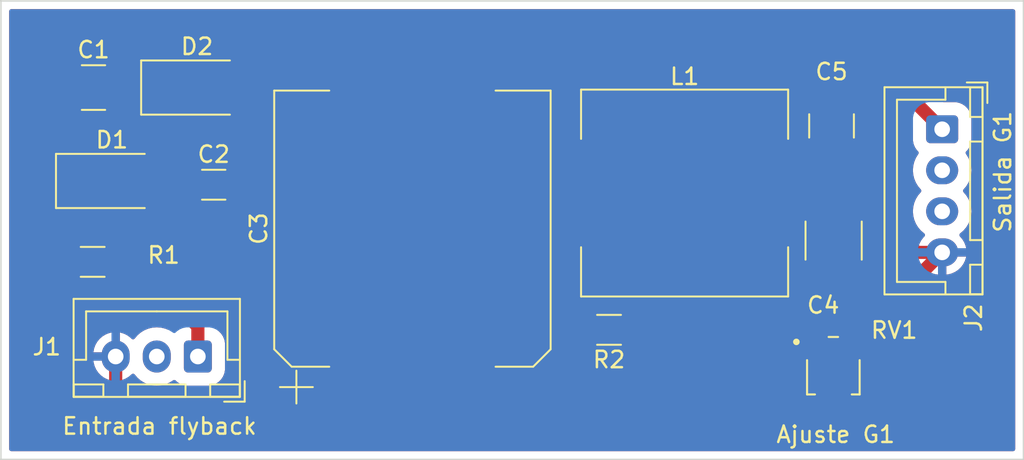
<source format=kicad_pcb>
(kicad_pcb (version 20211014) (generator pcbnew)
  (layers (0 "F.Cu" signal) (31 "B.Cu" signal) (34 "B.Paste" user) (35 "F.Paste" user) (36 "B.SilkS" user "B.Silkscreen") (37 "F.SilkS" user "F.Silkscreen") (38 "B.Mask" user) (39 "F.Mask" user) (44 "Edge.Cuts" user))
  (net 0 "")
  (net 1 "Net-(C1-Pad1)")
  (net 2 "Net-(C1-Pad2)")
  (net 3 "Net-(C2-Pad2)")
  (net 4 "GND")
  (net 5 "Net-(C4-Pad2)")
  (net 6 "Net-(J1-Pad1)")
  (net 10 "Net-(L1-Pad1)")
  (net 11 "Net-(R2-Pad1)")
  (footprint "Capacitor_SMD:C_1210_3225Metric" (layer "F.Cu") (at 130.0988 82.7532)
    (fp_text reference "C1" (at 0 -2.3) (layer "F.SilkS"))
    (fp_text value "100nF")
    (fp_line (start -0.711252 1.36) (end 0.711252 1.36) (layer "F.SilkS") (width 0.12))
    (fp_line (start -0.711252 -1.36) (end 0.711252 -1.36) (layer "F.SilkS") (width 0.12))
    (pad "1" smd roundrect (at -1.475 0) (size 1.15 2.7) (layers "F.Cu" "F.Paste" "F.Mask") (roundrect_rratio 0.2173913043) (net 1 "Net-(C1-Pad1)"))
    (pad "2" smd roundrect (at 1.475 0) (size 1.15 2.7) (layers "F.Cu" "F.Paste" "F.Mask") (roundrect_rratio 0.2173913043) (net 2 "Net-(C1-Pad2)"))
  )
  (footprint "Connector_JST:JST_XH_B3B-XH-A_1x03_P2.50mm_Vertical" (layer "F.Cu") (at 136.4488 99.1362 180)
    (fp_text reference "J1" (at 9.1948 0.5842) (layer "F.SilkS"))
    (fp_text value "Conn_01x03")
    (fp_line (start -2.56 -2.46) (end -2.56 3.51) (layer "F.SilkS") (width 0.12))
    (fp_line (start -2.56 3.51) (end 7.56 3.51) (layer "F.SilkS") (width 0.12))
    (fp_line (start -1.8 2.75) (end 2.5 2.75) (layer "F.SilkS") (width 0.12))
    (fp_line (start 7.56 3.51) (end 7.56 -2.46) (layer "F.SilkS") (width 0.12))
    (fp_line (start 0.75 -1.7) (end 4.25 -1.7) (layer "F.SilkS") (width 0.12))
    (fp_line (start -2.85 -2.75) (end -2.85 -1.5) (layer "F.SilkS") (width 0.12))
    (fp_line (start 4.25 -1.7) (end 4.25 -2.45) (layer "F.SilkS") (width 0.12))
    (fp_line (start 5.75 -2.45) (end 5.75 -1.7) (layer "F.SilkS") (width 0.12))
    (fp_line (start -1.8 -0.2) (end -1.8 2.75) (layer "F.SilkS") (width 0.12))
    (fp_line (start 7.55 -1.7) (end 7.55 -2.45) (layer "F.SilkS") (width 0.12))
    (fp_line (start -1.6 -2.75) (end -2.85 -2.75) (layer "F.SilkS") (width 0.12))
    (fp_line (start 6.8 -0.2) (end 6.8 2.75) (layer "F.SilkS") (width 0.12))
    (fp_line (start -2.55 -0.2) (end -1.8 -0.2) (layer "F.SilkS") (width 0.12))
    (fp_line (start 6.8 2.75) (end 2.5 2.75) (layer "F.SilkS") (width 0.12))
    (fp_line (start 7.56 -2.46) (end -2.56 -2.46) (layer "F.SilkS") (width 0.12))
    (fp_line (start -0.75 -2.45) (end -2.55 -2.45) (layer "F.SilkS") (width 0.12))
    (fp_line (start -2.55 -2.45) (end -2.55 -1.7) (layer "F.SilkS") (width 0.12))
    (fp_line (start 5.75 -1.7) (end 7.55 -1.7) (layer "F.SilkS") (width 0.12))
    (fp_line (start 7.55 -0.2) (end 6.8 -0.2) (layer "F.SilkS") (width 0.12))
    (fp_line (start 4.25 -2.45) (end 0.75 -2.45) (layer "F.SilkS") (width 0.12))
    (fp_line (start 7.55 -2.45) (end 5.75 -2.45) (layer "F.SilkS") (width 0.12))
    (fp_line (start -2.55 -1.7) (end -0.75 -1.7) (layer "F.SilkS") (width 0.12))
    (fp_line (start -0.75 -1.7) (end -0.75 -2.45) (layer "F.SilkS") (width 0.12))
    (fp_line (start 0.75 -2.45) (end 0.75 -1.7) (layer "F.SilkS") (width 0.12))
    (pad "1" thru_hole roundrect (at 0 0 180) (size 1.7 1.95) (drill 0.95) (layers *.Cu *.Mask) (roundrect_rratio 0.1470588235) (net 6 "Net-(J1-Pad1)"))
    (pad "2" thru_hole oval (at 2.5 0 180) (size 1.7 1.95) (drill 0.95) (layers *.Cu *.Mask))
    (pad "3" thru_hole oval (at 5 0 180) (size 1.7 1.95) (drill 0.95) (layers *.Cu *.Mask) (net 4 "GND"))
  )
  (footprint "Capacitor_SMD:C_1206_3216Metric" (layer "F.Cu") (at 137.414 88.6714)
    (fp_text reference "C2" (at 0 -1.85) (layer "F.SilkS"))
    (fp_text value "1000pF")
    (fp_line (start -0.711252 0.91) (end 0.711252 0.91) (layer "F.SilkS") (width 0.12))
    (fp_line (start -0.711252 -0.91) (end 0.711252 -0.91) (layer "F.SilkS") (width 0.12))
    (pad "1" smd roundrect (at -1.475 0) (size 1.15 1.8) (layers "F.Cu" "F.Paste" "F.Mask") (roundrect_rratio 0.2173913043) (net 2 "Net-(C1-Pad2)"))
    (pad "2" smd roundrect (at 1.475 0) (size 1.15 1.8) (layers "F.Cu" "F.Paste" "F.Mask") (roundrect_rratio 0.2173913043) (net 3 "Net-(C2-Pad2)"))
  )
  (footprint "Capacitor_SMD:C_1812_4532Metric" (layer "F.Cu") (at 175.133 92.075 90)
    (fp_text reference "C4" (at -3.937 -0.635 180) (layer "F.SilkS"))
    (fp_text value "1uF")
    (fp_line (start -1.161252 -1.71) (end 1.161252 -1.71) (layer "F.SilkS") (width 0.12))
    (fp_line (start -1.161252 1.71) (end 1.161252 1.71) (layer "F.SilkS") (width 0.12))
    (pad "1" smd roundrect (at -2.05 0 90) (size 1.4 3.4) (layers "F.Cu" "F.Paste" "F.Mask") (roundrect_rratio 0.1785707143) (net 4 "GND"))
    (pad "2" smd roundrect (at 2.05 0 90) (size 1.4 3.4) (layers "F.Cu" "F.Paste" "F.Mask") (roundrect_rratio 0.1785707143) (net 5 "Net-(C4-Pad2)"))
  )
  (footprint "Capacitor_SMD:C_1210_3225Metric" (layer "F.Cu") (at 175.006 85.09 90)
    (fp_text reference "C5" (at 3.302 0 180) (layer "F.SilkS"))
    (fp_text value "100nF")
    (fp_line (start -0.711252 1.36) (end 0.711252 1.36) (layer "F.SilkS") (width 0.12))
    (fp_line (start -0.711252 -1.36) (end 0.711252 -1.36) (layer "F.SilkS") (width 0.12))
    (pad "1" smd roundrect (at -1.475 0 90) (size 1.15 2.7) (layers "F.Cu" "F.Paste" "F.Mask") (roundrect_rratio 0.2173913043) (net 4 "GND"))
    (pad "2" smd roundrect (at 1.475 0 90) (size 1.15 2.7) (layers "F.Cu" "F.Paste" "F.Mask") (roundrect_rratio 0.2173913043) (net 5 "Net-(C4-Pad2)"))
  )
  (footprint "Diode_SMD:D_SMA" (layer "F.Cu") (at 131.2164 88.4428)
    (fp_text reference "D1" (at 0 -2.5) (layer "F.SilkS"))
    (fp_text value "STTH1R06A")
    (fp_line (start -3.4 1.65) (end 2 1.65) (layer "F.SilkS") (width 0.12))
    (fp_line (start -3.4 -1.65) (end 2 -1.65) (layer "F.SilkS") (width 0.12))
    (fp_line (start -3.4 -1.65) (end -3.4 1.65) (layer "F.SilkS") (width 0.12))
    (pad "1" smd rect (at -2 0) (size 2.5 1.8) (layers "F.Cu" "F.Paste" "F.Mask") (net 4 "GND"))
    (pad "2" smd rect (at 2 0) (size 2.5 1.8) (layers "F.Cu" "F.Paste" "F.Mask") (net 2 "Net-(C1-Pad2)"))
  )
  (footprint "Diode_SMD:D_SMA" (layer "F.Cu") (at 136.398 82.7532)
    (fp_text reference "D2" (at 0 -2.5) (layer "F.SilkS"))
    (fp_text value "STTH1R06A")
    (fp_line (start -3.4 -1.65) (end 2 -1.65) (layer "F.SilkS") (width 0.12))
    (fp_line (start -3.4 -1.65) (end -3.4 1.65) (layer "F.SilkS") (width 0.12))
    (fp_line (start -3.4 1.65) (end 2 1.65) (layer "F.SilkS") (width 0.12))
    (pad "1" smd rect (at -2 0) (size 2.5 1.8) (layers "F.Cu" "F.Paste" "F.Mask") (net 2 "Net-(C1-Pad2)"))
    (pad "2" smd rect (at 2 0) (size 2.5 1.8) (layers "F.Cu" "F.Paste" "F.Mask") (net 3 "Net-(C2-Pad2)"))
  )
  (footprint "Capacitor_SMD:CP_Elec_16x17.5" (layer "F.Cu") (at 149.5044 91.3483 90)
    (fp_text reference "C3" (at 0 -9.35 90) (layer "F.SilkS"))
    (fp_text value "22uF")
    (fp_line (start 8.41 -8.41) (end 8.41 -5.06) (layer "F.SilkS") (width 0.12))
    (fp_line (start 8.41 8.41) (end 8.41 5.06) (layer "F.SilkS") (width 0.12))
    (fp_line (start -7.345563 -8.41) (end 8.41 -8.41) (layer "F.SilkS") (width 0.12))
    (fp_line (start -9.65 -8.06) (end -9.65 -6.06) (layer "F.SilkS") (width 0.12))
    (fp_line (start -8.41 -7.345563) (end -8.41 -5.06) (layer "F.SilkS") (width 0.12))
    (fp_line (start -10.65 -7.06) (end -8.65 -7.06) (layer "F.SilkS") (width 0.12))
    (fp_line (start -8.41 7.345563) (end -8.41 5.06) (layer "F.SilkS") (width 0.12))
    (fp_line (start -8.41 7.345563) (end -7.345563 8.41) (layer "F.SilkS") (width 0.12))
    (fp_line (start -8.41 -7.345563) (end -7.345563 -8.41) (layer "F.SilkS") (width 0.12))
    (fp_line (start -7.345563 8.41) (end 8.41 8.41) (layer "F.SilkS") (width 0.12))
    (pad "1" smd roundrect (at -6.25 0 90) (size 7.8 9.6) (layers "F.Cu" "F.Paste" "F.Mask") (roundrect_rratio 0.03205102564) (net 4 "GND"))
    (pad "2" smd roundrect (at 6.25 0 90) (size 7.8 9.6) (layers "F.Cu" "F.Paste" "F.Mask") (roundrect_rratio 0.03205102564) (net 3 "Net-(C2-Pad2)"))
  )
  (footprint "Potentiometer_SMD:TRIM_3313J-1-103E" (layer "F.Cu") (at 175.1165 99.695 180)
    (fp_text reference "RV1" (at -3.6995 2.159) (layer "F.SilkS"))
    (fp_text value "100k")
    (fp_line (start 1.6 -1.75) (end 1.6 0.3365) (layer "F.SilkS") (width 0.127))
    (fp_line (start 1.12 -1.75) (end 1.6 -1.75) (layer "F.SilkS") (width 0.127))
    (fp_line (start 0.2865 1.75) (end -0.2865 1.75) (layer "F.SilkS") (width 0.127))
    (fp_line (start -1.6 -1.75) (end -1.12 -1.75) (layer "F.SilkS") (width 0.127))
    (fp_line (start -1.6 0.3365) (end -1.6 -1.75) (layer "F.SilkS") (width 0.127))
    (fp_circle (center 2.25 1.45) (end 2.35 1.45) (layer "F.SilkS") (width 0.2) (fill none))
    (pad "1" smd rect (at 1.15 1.45 180) (size 1.1 1.6) (layers "F.Cu" "F.Paste" "F.Mask") (net 3 "Net-(C2-Pad2)"))
    (pad "2" smd rect (at 0 -1.45 180) (size 1.6 1.6) (layers "F.Cu" "F.Paste" "F.Mask") (net 11 "Net-(R2-Pad1)"))
    (pad "3" smd rect (at -1.15 1.45 180) (size 1.1 1.6) (layers "F.Cu" "F.Paste" "F.Mask") (net 4 "GND"))
  )
  (footprint "Resistor_SMD:R_1206_3216Metric" (layer "F.Cu") (at 161.4678 97.5106 180)
    (fp_text reference "R2" (at 0 -1.82) (layer "F.SilkS"))
    (fp_text value "10k")
    (fp_line (start -0.727064 0.91) (end 0.727064 0.91) (layer "F.SilkS") (width 0.12))
    (fp_line (start -0.727064 -0.91) (end 0.727064 -0.91) (layer "F.SilkS") (width 0.12))
    (pad "1" smd roundrect (at -1.4625 0 180) (size 1.125 1.75) (layers "F.Cu" "F.Paste" "F.Mask") (roundrect_rratio 0.2222222222) (net 11 "Net-(R2-Pad1)"))
    (pad "2" smd roundrect (at 1.4625 0 180) (size 1.125 1.75) (layers "F.Cu" "F.Paste" "F.Mask") (roundrect_rratio 0.2222222222) (net 10 "Net-(L1-Pad1)"))
  )
  (footprint "Resistor_SMD:R_1206_3216Metric" (layer "F.Cu") (at 130.048 93.3704 180)
    (fp_text reference "R1" (at -4.318 0.4064) (layer "F.SilkS"))
    (fp_text value "100")
    (fp_line (start -0.727064 0.91) (end 0.727064 0.91) (layer "F.SilkS") (width 0.12))
    (fp_line (start -0.727064 -0.91) (end 0.727064 -0.91) (layer "F.SilkS") (width 0.12))
    (pad "1" smd roundrect (at -1.4625 0 180) (size 1.125 1.75) (layers "F.Cu" "F.Paste" "F.Mask") (roundrect_rratio 0.2222222222) (net 6 "Net-(J1-Pad1)"))
    (pad "2" smd roundrect (at 1.4625 0 180) (size 1.125 1.75) (layers "F.Cu" "F.Paste" "F.Mask") (roundrect_rratio 0.2222222222) (net 1 "Net-(C1-Pad1)"))
  )
  (footprint "Connector_JST:JST_XH_B4B-XH-A_1x04_P2.50mm_Vertical" (layer "F.Cu") (at 181.737 85.2932 -90)
    (fp_text reference "J2" (at 11.4808 -1.905 90) (layer "F.SilkS"))
    (fp_text value "Conn_01x04")
    (fp_line (start 6.75 -1.7) (end 6.75 -2.45) (layer "F.SilkS") (width 0.12))
    (fp_line (start -2.55 -0.2) (end -1.8 -0.2) (layer "F.SilkS") (width 0.12))
    (fp_line (start -2.85 -2.75) (end -2.85 -1.5) (layer "F.SilkS") (width 0.12))
    (fp_line (start 0.75 -1.7) (end 6.75 -1.7) (layer "F.SilkS") (width 0.12))
    (fp_line (start 10.06 -2.46) (end -2.56 -2.46) (layer "F.SilkS") (width 0.12))
    (fp_line (start -1.6 -2.75) (end -2.85 -2.75) (layer "F.SilkS") (width 0.12))
    (fp_line (start 8.25 -1.7) (end 10.05 -1.7) (layer "F.SilkS") (width 0.12))
    (fp_line (start -2.56 3.51) (end 10.06 3.51) (layer "F.SilkS") (width 0.12))
    (fp_line (start 10.06 3.51) (end 10.06 -2.46) (layer "F.SilkS") (width 0.12))
    (fp_line (start 9.3 2.75) (end 3.75 2.75) (layer "F.SilkS") (width 0.12))
    (fp_line (start -1.8 -0.2) (end -1.8 2.75) (layer "F.SilkS") (width 0.12))
    (fp_line (start -2.55 -1.7) (end -0.75 -1.7) (layer "F.SilkS") (width 0.12))
    (fp_line (start -0.75 -1.7) (end -0.75 -2.45) (layer "F.SilkS") (width 0.12))
    (fp_line (start 10.05 -0.2) (end 9.3 -0.2) (layer "F.SilkS") (width 0.12))
    (fp_line (start 6.75 -2.45) (end 0.75 -2.45) (layer "F.SilkS") (width 0.12))
    (fp_line (start 8.25 -2.45) (end 8.25 -1.7) (layer "F.SilkS") (width 0.12))
    (fp_line (start 10.05 -2.45) (end 8.25 -2.45) (layer "F.SilkS") (width 0.12))
    (fp_line (start 0.75 -2.45) (end 0.75 -1.7) (layer "F.SilkS") (width 0.12))
    (fp_line (start -0.75 -2.45) (end -2.55 -2.45) (layer "F.SilkS") (width 0.12))
    (fp_line (start 10.05 -1.7) (end 10.05 -2.45) (layer "F.SilkS") (width 0.12))
    (fp_line (start -2.56 -2.46) (end -2.56 3.51) (layer "F.SilkS") (width 0.12))
    (fp_line (start -1.8 2.75) (end 3.75 2.75) (layer "F.SilkS") (width 0.12))
    (fp_line (start -2.55 -2.45) (end -2.55 -1.7) (layer "F.SilkS") (width 0.12))
    (fp_line (start 9.3 -0.2) (end 9.3 2.75) (layer "F.SilkS") (width 0.12))
    (pad "1" thru_hole roundrect (at 0 0 270) (size 1.7 1.95) (drill 0.95) (layers *.Cu *.Mask) (roundrect_rratio 0.1470588235) (net 5 "Net-(C4-Pad2)"))
    (pad "2" thru_hole oval (at 2.5 0 270) (size 1.7 1.95) (drill 0.95) (layers *.Cu *.Mask))
    (pad "3" thru_hole oval (at 5 0 270) (size 1.7 1.95) (drill 0.95) (layers *.Cu *.Mask))
    (pad "4" thru_hole oval (at 7.5 0 270) (size 1.7 1.95) (drill 0.95) (layers *.Cu *.Mask) (net 4 "GND"))
  )
  (footprint "Inductor_SMD:L_12x12mm_H6mm" (layer "F.Cu") (at 166.0652 89.1794)
    (fp_text reference "L1" (at 0 -7.1) (layer "F.SilkS"))
    (fp_text value "10mH")
    (fp_line (start 6.3 -6.3) (end 6.3 -3.3) (layer "F.SilkS") (width 0.12))
    (fp_line (start 6.3 3.3) (end 6.3 6.3) (layer "F.SilkS") (width 0.12))
    (fp_line (start -6.3 6.3) (end -6.3 3.3) (layer "F.SilkS") (width 0.12))
    (fp_line (start -6.3 -6.3) (end 6.3 -6.3) (layer "F.SilkS") (width 0.12))
    (fp_line (start 6.3 6.3) (end -6.3 6.3) (layer "F.SilkS") (width 0.12))
    (fp_line (start -6.3 -3.3) (end -6.3 -6.3) (layer "F.SilkS") (width 0.12))
    (pad "1" smd rect (at -4.95 0) (size 2.9 5.4) (layers "F.Cu" "F.Paste" "F.Mask") (net 10 "Net-(L1-Pad1)"))
    (pad "2" smd rect (at 4.95 0) (size 2.9 5.4) (layers "F.Cu" "F.Paste" "F.Mask") (net 5 "Net-(C4-Pad2)"))
  )
  (gr_line (start 124.46 77.47) (end 186.69 77.47) (layer "Edge.Cuts") (width 0.1))
  (gr_line (start 124.46 105.41) (end 124.46 77.47) (layer "Edge.Cuts") (width 0.1))
  (gr_line (start 186.69 105.41) (end 124.46 105.41) (layer "Edge.Cuts") (width 0.1))
  (gr_line (start 186.69 77.47) (end 186.69 105.41) (layer "Edge.Cuts") (width 0.1))
  (gr_text "Ajuste G1" (at 175.26 103.886) (layer "F.SilkS") (effects (font (size 1 1))))
  (gr_text "Salida G1" (at 185.42 87.884 90) (layer "F.SilkS") (effects (font (size 1 1))))
  (gr_text "Entrada flyback" (at 134.112 103.378) (layer "F.SilkS") (effects (font (size 1 1))))
  (segment (start 128.6238 83.9488) (end 126.5174 86.0552) (width 0.8) (layer "F.Cu") (net 1))
  (segment (start 126.5174 86.0552) (end 126.5174 91.3023) (width 0.8) (layer "F.Cu") (net 1))
  (segment (start 128.6238 82.7532) (end 128.6238 83.9488) (width 0.8) (layer "F.Cu") (net 1))
  (segment (start 126.5174 91.3023) (end 128.5855 93.3704) (width 0.8) (layer "F.Cu") (net 1))
  (segment (start 133.2164 87.4842) (end 134.7518 87.4842) (width 0.8) (layer "F.Cu") (net 2))
  (segment (start 133.2164 87.4842) (end 133.2164 88.4428) (width 0.8) (layer "F.Cu") (net 2))
  (segment (start 134.7518 87.4842) (end 135.939 88.6714) (width 0.8) (layer "F.Cu") (net 2))
  (segment (start 131.5738 82.7532) (end 134.398 82.7532) (width 0.8) (layer "F.Cu") (net 2))
  (segment (start 134.398 85.5152) (end 133.2164 86.6968) (width 0.8) (layer "F.Cu") (net 2))
  (segment (start 134.398 82.7532) (end 134.398 85.5152) (width 0.8) (layer "F.Cu") (net 2))
  (segment (start 133.2164 86.6968) (end 133.2164 87.4842) (width 0.8) (layer "F.Cu") (net 2))
  (segment (start 138.889 88.6714) (end 145.9313 88.6714) (width 0.8) (layer "F.Cu") (net 3))
  (segment (start 155.2873 85.0983) (end 156.7942 83.5914) (width 0.8) (layer "F.Cu") (net 3))
  (segment (start 171.0922 98.245) (end 173.9665 98.245) (width 0.8) (layer "F.Cu") (net 3))
  (segment (start 145.9313 88.6714) (end 149.5044 85.0983) (width 0.8) (layer "F.Cu") (net 3))
  (segment (start 163.7792 83.5914) (end 166.751 86.5632) (width 0.8) (layer "F.Cu") (net 3))
  (segment (start 138.398 82.7532) (end 138.398 88.1804) (width 0.8) (layer "F.Cu") (net 3))
  (segment (start 166.751 86.5632) (end 166.751 93.9038) (width 0.8) (layer "F.Cu") (net 3))
  (segment (start 138.398 88.1804) (end 138.889 88.6714) (width 0.8) (layer "F.Cu") (net 3))
  (segment (start 156.7942 83.5914) (end 163.7792 83.5914) (width 0.8) (layer "F.Cu") (net 3))
  (segment (start 166.751 93.9038) (end 171.0922 98.245) (width 0.8) (layer "F.Cu") (net 3))
  (segment (start 149.5044 85.0983) (end 155.2873 85.0983) (width 0.8) (layer "F.Cu") (net 3))
  (segment (start 148.7932 97.3852) (end 142.3908 90.9828) (width 0.8) (layer "F.Cu") (net 4))
  (segment (start 176.2665 98.245) (end 176.2665 95.2585) (width 0.8) (layer "F.Cu") (net 4))
  (segment (start 142.3908 90.9828) (end 130.8608 90.9828) (width 0.8) (layer "F.Cu") (net 4))
  (segment (start 180.086 101.854) (end 178.054 103.886) (width 0.8) (layer "F.Cu") (net 4))
  (segment (start 131.4488 102.1372) (end 144.0412 102.1372) (width 0.8) (layer "F.Cu") (net 4))
  (segment (start 179.197 91.7956) (end 180.1946 92.7932) (width 0.8) (layer "F.Cu") (net 4))
  (segment (start 131.4488 99.1362) (end 131.4488 102.1372) (width 0.8) (layer "F.Cu") (net 4))
  (segment (start 130.8608 90.9828) (end 129.2164 89.3384) (width 0.8) (layer "F.Cu") (net 4))
  (segment (start 179.779 98.245) (end 180.086 98.552) (width 0.8) (layer "F.Cu") (net 4))
  (segment (start 175.006 86.565) (end 177.243 86.565) (width 0.8) (layer "F.Cu") (net 4))
  (segment (start 177.243 86.565) (end 179.197 88.519) (width 0.8) (layer "F.Cu") (net 4))
  (segment (start 180.086 98.552) (end 180.086 101.854) (width 0.8) (layer "F.Cu") (net 4))
  (segment (start 176.2665 98.245) (end 179.779 98.245) (width 0.8) (layer "F.Cu") (net 4))
  (segment (start 149.5044 97.5983) (end 151.2177 97.5983) (width 0.8) (layer "F.Cu") (net 4))
  (segment (start 129.2164 89.3384) (end 129.2164 88.4428) (width 0.8) (layer "F.Cu") (net 4))
  (segment (start 155.7921 103.886) (end 149.5044 97.5983) (width 0.8) (layer "F.Cu") (net 4))
  (segment (start 176.2665 95.2585) (end 175.133 94.125) (width 0.8) (layer "F.Cu") (net 4))
  (segment (start 180.4052 94.125) (end 181.737 92.7932) (width 0.8) (layer "F.Cu") (net 4))
  (segment (start 129.413 88.4428) (end 129.2164 88.4428) (width 0.4) (layer "F.Cu") (net 4))
  (segment (start 175.133 94.125) (end 180.4052 94.125) (width 0.8) (layer "F.Cu") (net 4))
  (segment (start 144.0412 102.1372) (end 148.7932 97.3852) (width 0.8) (layer "F.Cu") (net 4))
  (segment (start 178.054 103.886) (end 155.7921 103.886) (width 0.8) (layer "F.Cu") (net 4))
  (segment (start 180.1946 92.7932) (end 181.737 92.7932) (width 0.8) (layer "F.Cu") (net 4))
  (segment (start 179.197 88.519) (end 179.197 91.7956) (width 0.8) (layer "F.Cu") (net 4))
  (segment (start 171.7566 83.361) (end 171.0152 84.1024) (width 0.8) (layer "F.Cu") (net 5))
  (segment (start 175.133 90.025) (end 171.8608 90.025) (width 0.8) (layer "F.Cu") (net 5))
  (segment (start 174.752 83.361) (end 175.006 83.615) (width 0.8) (layer "F.Cu") (net 5))
  (segment (start 171.8608 90.025) (end 171.0152 89.1794) (width 0.8) (layer "F.Cu") (net 5))
  (segment (start 179.8048 83.361) (end 175.26 83.361) (width 0.8) (layer "F.Cu") (net 5))
  (segment (start 175.26 83.361) (end 175.006 83.615) (width 0.8) (layer "F.Cu") (net 5))
  (segment (start 171.7566 83.361) (end 174.752 83.361) (width 0.8) (layer "F.Cu") (net 5))
  (segment (start 171.0152 84.1024) (end 171.0152 89.1794) (width 0.8) (layer "F.Cu") (net 5))
  (segment (start 179.8048 83.361) (end 181.737 85.2932) (width 0.8) (layer "F.Cu") (net 5))
  (segment (start 132.5118 93.3704) (end 136.4488 97.3074) (width 0.8) (layer "F.Cu") (net 6))
  (segment (start 131.5105 93.3704) (end 132.5118 93.3704) (width 0.8) (layer "F.Cu") (net 6))
  (segment (start 136.4488 97.3074) (end 136.4488 99.1362) (width 0.8) (layer "F.Cu") (net 6))
  (segment (start 161.1152 89.1794) (end 161.1152 92.8848) (width 0.8) (layer "F.Cu") (net 10))
  (segment (start 159.7152 94.2848) (end 159.7152 97.2205) (width 0.8) (layer "F.Cu") (net 10))
  (segment (start 161.1152 92.8848) (end 159.7152 94.2848) (width 0.8) (layer "F.Cu") (net 10))
  (segment (start 159.7152 97.2205) (end 160.0053 97.5106) (width 0.8) (layer "F.Cu") (net 10))
  (segment (start 166.5647 101.145) (end 162.9303 97.5106) (width 0.8) (layer "F.Cu") (net 11))
  (segment (start 175.1165 101.145) (end 166.5647 101.145) (width 0.8) (layer "F.Cu") (net 11))
  (zone (net 4) (net_name "GND") (layer "F.Cu") (connect_pads (clearance 0.508)) (min_thickness 0.254) (fill yes (thermal_gap 0.508) (thermal_bridge_width 0.508))
    (polygon (pts (xy 186.69 105.41) (xy 124.46 105.41) (xy 124.46 77.47) (xy 186.69 77.47)))
  )
  (zone (net 4) (net_name "GND") (layer "B.Cu") (connect_pads (clearance 0.508)) (min_thickness 0.254) (fill yes (thermal_gap 0.508) (thermal_bridge_width 0.508))
    (polygon (pts (xy 186.69 105.41) (xy 124.46 105.41) (xy 124.46 77.47) (xy 186.69 77.47)))
  )
)
</source>
